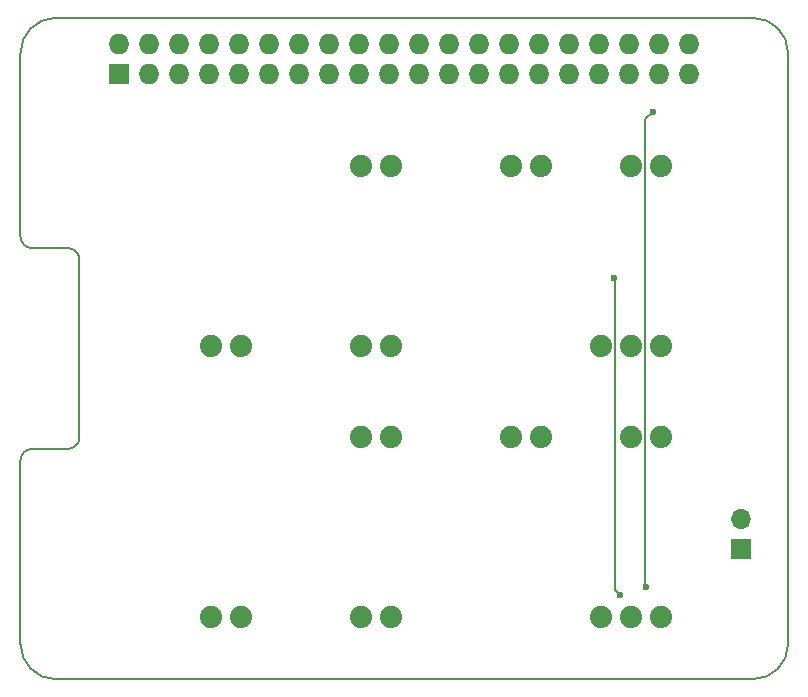
<source format=gbr>
%TF.GenerationSoftware,KiCad,Pcbnew,(6.0.7)*%
%TF.CreationDate,2022-10-26T04:57:19-04:00*%
%TF.ProjectId,RPi_Hat,5250695f-4861-4742-9e6b-696361645f70,rev?*%
%TF.SameCoordinates,Original*%
%TF.FileFunction,Copper,L2,Bot*%
%TF.FilePolarity,Positive*%
%FSLAX46Y46*%
G04 Gerber Fmt 4.6, Leading zero omitted, Abs format (unit mm)*
G04 Created by KiCad (PCBNEW (6.0.7)) date 2022-10-26 04:57:19*
%MOMM*%
%LPD*%
G01*
G04 APERTURE LIST*
%TA.AperFunction,Profile*%
%ADD10C,0.200000*%
%TD*%
%TA.AperFunction,ComponentPad*%
%ADD11C,1.879600*%
%TD*%
%TA.AperFunction,ComponentPad*%
%ADD12O,1.727200X1.727200*%
%TD*%
%TA.AperFunction,ComponentPad*%
%ADD13R,1.727200X1.727200*%
%TD*%
%TA.AperFunction,ComponentPad*%
%ADD14O,1.700000X1.700000*%
%TD*%
%TA.AperFunction,ComponentPad*%
%ADD15R,1.700000X1.700000*%
%TD*%
%TA.AperFunction,ViaPad*%
%ADD16C,0.600000*%
%TD*%
%TA.AperFunction,Conductor*%
%ADD17C,0.200000*%
%TD*%
G04 APERTURE END LIST*
D10*
X105307000Y-109705000D02*
G75*
G03*
X108307000Y-112705000I3000000J0D01*
G01*
X167307000Y-112705000D02*
G75*
G03*
X170307000Y-109705000I0J3000000D01*
G01*
X105307000Y-75205000D02*
G75*
G03*
X106307000Y-76205000I1000000J0D01*
G01*
X110307000Y-77205000D02*
G75*
G03*
X109307000Y-76205000I-1000000J0D01*
G01*
X109307000Y-93205000D02*
G75*
G03*
X110307000Y-92205000I0J1000000D01*
G01*
X106307000Y-93205000D02*
G75*
G03*
X105307000Y-94205000I0J-1000000D01*
G01*
X108307000Y-56705000D02*
G75*
G03*
X105307000Y-59705000I0J-3000000D01*
G01*
X108307000Y-56705000D02*
X167307000Y-56705000D01*
X170307000Y-59705000D02*
G75*
G03*
X167307000Y-56705000I-3000000J0D01*
G01*
X105307000Y-59705000D02*
X105307000Y-75205000D01*
X105307000Y-94205000D02*
X105307000Y-109705000D01*
X170307000Y-59705000D02*
X170307000Y-109705000D01*
X106307000Y-93205000D02*
X109307000Y-93205000D01*
X110307000Y-77205000D02*
X110307000Y-92205000D01*
X106307000Y-76205000D02*
X109307000Y-76205000D01*
X108307000Y-112705000D02*
X167307000Y-112705000D01*
D11*
%TO.P,JP1,2*%
%TO.N,Vin*%
X159512000Y-92202000D03*
%TO.P,JP1,1*%
%TO.N,GND*%
X156972000Y-92202000D03*
%TD*%
%TO.P,JP6,1*%
%TO.N,N/C*%
X146812000Y-92202000D03*
%TO.P,JP6,2*%
%TO.N,MS2*%
X149352000Y-92202000D03*
%TD*%
%TO.P,JP5,1*%
%TO.N,MS1*%
X136652000Y-107442000D03*
%TO.P,JP5,2*%
%TO.N,N/C*%
X134112000Y-107442000D03*
%TD*%
%TO.P,JP7,2*%
%TO.N,N/C*%
X136652000Y-92202000D03*
%TO.P,JP7,1*%
X134112000Y-92202000D03*
%TD*%
%TO.P,JP4,1*%
%TO.N,5v*%
X123952000Y-107442000D03*
%TO.P,JP4,2*%
%TO.N,GND*%
X121412000Y-107442000D03*
%TD*%
%TO.P,JP2,1*%
%TO.N,GND*%
X154432000Y-107442000D03*
%TO.P,JP2,2*%
%TO.N,STEP2*%
X156972000Y-107442000D03*
%TO.P,JP2,3*%
%TO.N,DIR2*%
X159512000Y-107442000D03*
%TD*%
%TO.P,JP1,1*%
%TO.N,GND*%
X156972000Y-69215000D03*
%TO.P,JP1,2*%
%TO.N,Vin*%
X159512000Y-69215000D03*
%TD*%
%TO.P,JP6,1*%
%TO.N,N/C*%
X146812000Y-69215000D03*
%TO.P,JP6,2*%
%TO.N,MS2*%
X149352000Y-69215000D03*
%TD*%
%TO.P,JP5,2*%
%TO.N,N/C*%
X134112000Y-84455000D03*
%TO.P,JP5,1*%
%TO.N,MS1*%
X136652000Y-84455000D03*
%TD*%
%TO.P,JP7,1*%
%TO.N,N/C*%
X134112000Y-69215000D03*
%TO.P,JP7,2*%
X136652000Y-69215000D03*
%TD*%
%TO.P,JP4,2*%
%TO.N,GND*%
X121412000Y-84455000D03*
%TO.P,JP4,1*%
%TO.N,5v*%
X123952000Y-84455000D03*
%TD*%
%TO.P,JP2,3*%
%TO.N,DIR1*%
X159512000Y-84455000D03*
%TO.P,JP2,2*%
%TO.N,STEP1*%
X156972000Y-84455000D03*
%TO.P,JP2,1*%
%TO.N,GND*%
X154432000Y-84455000D03*
%TD*%
D12*
%TO.P,J19,40,BCM21_SCLK_PCM_DO*%
%TO.N,unconnected-(J19-Pad40)*%
X161937000Y-58935000D03*
%TO.P,J19,39,GND*%
%TO.N,unconnected-(J19-Pad39)*%
X161937000Y-61475000D03*
%TO.P,J19,38,BCM20_MOSI_PCM_DI*%
%TO.N,DIR2*%
X159397000Y-58935000D03*
%TO.P,J19,37,BCM26*%
%TO.N,unconnected-(J19-Pad37)*%
X159397000Y-61475000D03*
%TO.P,J19,36,BCM16*%
%TO.N,STEP2*%
X156857000Y-58935000D03*
%TO.P,J19,35,BCM19_MISO_PCM_FS*%
%TO.N,STEP1*%
X156857000Y-61475000D03*
%TO.P,J19,34,GND*%
%TO.N,unconnected-(J19-Pad34)*%
X154317000Y-58935000D03*
%TO.P,J19,33,BCM13_PWM1*%
%TO.N,DIR1*%
X154317000Y-61475000D03*
%TO.P,J19,32,BCM12_PWM0*%
%TO.N,unconnected-(J19-Pad32)*%
X151777000Y-58935000D03*
%TO.P,J19,31,BCM6*%
%TO.N,unconnected-(J19-Pad31)*%
X151777000Y-61475000D03*
%TO.P,J19,30,GND*%
%TO.N,unconnected-(J19-Pad30)*%
X149237000Y-58935000D03*
%TO.P,J19,29,BCM5*%
%TO.N,unconnected-(J19-Pad29)*%
X149237000Y-61475000D03*
%TO.P,J19,28,BCM1_ID_SC*%
%TO.N,unconnected-(J19-Pad28)*%
X146697000Y-58935000D03*
%TO.P,J19,27,BCM0_ID_SD*%
%TO.N,unconnected-(J19-Pad27)*%
X146697000Y-61475000D03*
%TO.P,J19,26,BCM7_CE1*%
%TO.N,unconnected-(J19-Pad26)*%
X144157000Y-58935000D03*
%TO.P,J19,25,GND*%
%TO.N,unconnected-(J19-Pad25)*%
X144157000Y-61475000D03*
%TO.P,J19,24,BCM8_CE0*%
%TO.N,unconnected-(J19-Pad24)*%
X141617000Y-58935000D03*
%TO.P,J19,23,BCM11_SCLK*%
%TO.N,unconnected-(J19-Pad23)*%
X141617000Y-61475000D03*
%TO.P,J19,22,BCM25*%
%TO.N,unconnected-(J19-Pad22)*%
X139077000Y-58935000D03*
%TO.P,J19,21,BCM9_MISO*%
%TO.N,unconnected-(J19-Pad21)*%
X139077000Y-61475000D03*
%TO.P,J19,20,GND*%
%TO.N,unconnected-(J19-Pad20)*%
X136537000Y-58935000D03*
%TO.P,J19,19,BCM10_MOSI*%
%TO.N,unconnected-(J19-Pad19)*%
X136537000Y-61475000D03*
%TO.P,J19,18,BCM24*%
%TO.N,MS2*%
X133997000Y-58935000D03*
%TO.P,J19,17,3.3V*%
%TO.N,unconnected-(J19-Pad17)*%
X133997000Y-61475000D03*
%TO.P,J19,16,BCM23*%
%TO.N,unconnected-(J19-Pad16)*%
X131457000Y-58935000D03*
%TO.P,J19,15,BCM22*%
%TO.N,unconnected-(J19-Pad15)*%
X131457000Y-61475000D03*
%TO.P,J19,14,GND*%
%TO.N,unconnected-(J19-Pad14)*%
X128917000Y-58935000D03*
%TO.P,J19,13,BCM27*%
%TO.N,unconnected-(J19-Pad13)*%
X128917000Y-61475000D03*
%TO.P,J19,12,BCM18_PCM_C*%
%TO.N,unconnected-(J19-Pad12)*%
X126377000Y-58935000D03*
%TO.P,J19,11,BCM17*%
%TO.N,MS1*%
X126377000Y-61475000D03*
%TO.P,J19,10,BCM15_RXD*%
%TO.N,unconnected-(J19-Pad10)*%
X123837000Y-58935000D03*
%TO.P,J19,9,GND*%
%TO.N,unconnected-(J19-Pad9)*%
X123837000Y-61475000D03*
%TO.P,J19,8,BCM14_TXD*%
%TO.N,unconnected-(J19-Pad8)*%
X121297000Y-58935000D03*
%TO.P,J19,7,BCM4_GPCLK0*%
%TO.N,unconnected-(J19-Pad7)*%
X121297000Y-61475000D03*
%TO.P,J19,6,GND*%
%TO.N,GND*%
X118757000Y-58935000D03*
%TO.P,J19,5,BCM3_SCL*%
%TO.N,unconnected-(J19-Pad5)*%
X118757000Y-61475000D03*
%TO.P,J19,4,5V*%
%TO.N,5v*%
X116217000Y-58935000D03*
%TO.P,J19,3,BCM2_SDA*%
%TO.N,unconnected-(J19-Pad3)*%
X116217000Y-61475000D03*
%TO.P,J19,2,5V*%
%TO.N,unconnected-(J19-Pad2)*%
X113677000Y-58935000D03*
D13*
%TO.P,J19,1,3.3V*%
%TO.N,N/C*%
X113677000Y-61475000D03*
%TD*%
D14*
%TO.P,J12,2,Pin_2*%
%TO.N,Vin*%
X166345000Y-99167000D03*
D15*
%TO.P,J12,1,Pin_1*%
%TO.N,GND*%
X166345000Y-101707000D03*
%TD*%
D16*
%TO.N,DIR2*%
X158877000Y-64643000D03*
X158242000Y-104902000D03*
%TO.N,STEP2*%
X156083000Y-105537000D03*
X155575000Y-78740000D03*
%TD*%
D17*
%TO.N,DIR2*%
X158211800Y-65308200D02*
X158877000Y-64643000D01*
X158242000Y-104902000D02*
X158211800Y-104871800D01*
X158211800Y-104871800D02*
X158211800Y-65308200D01*
%TO.N,STEP2*%
X155671800Y-105125800D02*
X156083000Y-105537000D01*
X155575000Y-78740000D02*
X155671800Y-78836800D01*
X155671800Y-78836800D02*
X155671800Y-105125800D01*
%TD*%
M02*

</source>
